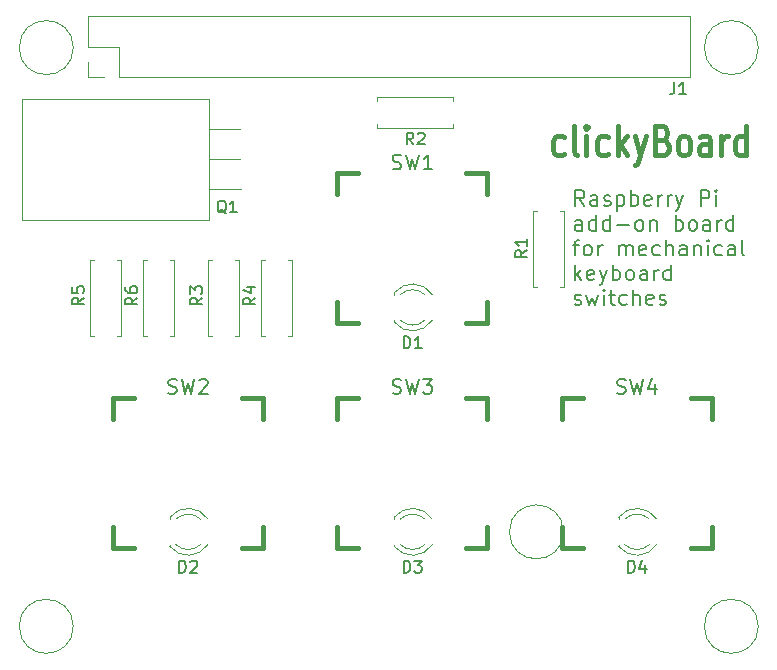
<source format=gto>
G04 #@! TF.FileFunction,Legend,Top*
%FSLAX46Y46*%
G04 Gerber Fmt 4.6, Leading zero omitted, Abs format (unit mm)*
G04 Created by KiCad (PCBNEW 4.0.6) date 07/20/17 19:11:30*
%MOMM*%
%LPD*%
G01*
G04 APERTURE LIST*
%ADD10C,0.100000*%
%ADD11C,0.150000*%
%ADD12C,0.400000*%
%ADD13C,0.120000*%
%ADD14C,0.381000*%
G04 APERTURE END LIST*
D10*
D11*
X134052381Y-97388095D02*
X133619048Y-96769048D01*
X133309524Y-97388095D02*
X133309524Y-96088095D01*
X133804762Y-96088095D01*
X133928571Y-96150000D01*
X133990476Y-96211905D01*
X134052381Y-96335714D01*
X134052381Y-96521429D01*
X133990476Y-96645238D01*
X133928571Y-96707143D01*
X133804762Y-96769048D01*
X133309524Y-96769048D01*
X135166667Y-97388095D02*
X135166667Y-96707143D01*
X135104762Y-96583333D01*
X134980952Y-96521429D01*
X134733333Y-96521429D01*
X134609524Y-96583333D01*
X135166667Y-97326190D02*
X135042857Y-97388095D01*
X134733333Y-97388095D01*
X134609524Y-97326190D01*
X134547619Y-97202381D01*
X134547619Y-97078571D01*
X134609524Y-96954762D01*
X134733333Y-96892857D01*
X135042857Y-96892857D01*
X135166667Y-96830952D01*
X135723809Y-97326190D02*
X135847619Y-97388095D01*
X136095238Y-97388095D01*
X136219047Y-97326190D01*
X136280952Y-97202381D01*
X136280952Y-97140476D01*
X136219047Y-97016667D01*
X136095238Y-96954762D01*
X135909523Y-96954762D01*
X135785714Y-96892857D01*
X135723809Y-96769048D01*
X135723809Y-96707143D01*
X135785714Y-96583333D01*
X135909523Y-96521429D01*
X136095238Y-96521429D01*
X136219047Y-96583333D01*
X136838095Y-96521429D02*
X136838095Y-97821429D01*
X136838095Y-96583333D02*
X136961904Y-96521429D01*
X137209523Y-96521429D01*
X137333333Y-96583333D01*
X137395238Y-96645238D01*
X137457142Y-96769048D01*
X137457142Y-97140476D01*
X137395238Y-97264286D01*
X137333333Y-97326190D01*
X137209523Y-97388095D01*
X136961904Y-97388095D01*
X136838095Y-97326190D01*
X138014285Y-97388095D02*
X138014285Y-96088095D01*
X138014285Y-96583333D02*
X138138094Y-96521429D01*
X138385713Y-96521429D01*
X138509523Y-96583333D01*
X138571428Y-96645238D01*
X138633332Y-96769048D01*
X138633332Y-97140476D01*
X138571428Y-97264286D01*
X138509523Y-97326190D01*
X138385713Y-97388095D01*
X138138094Y-97388095D01*
X138014285Y-97326190D01*
X139685713Y-97326190D02*
X139561903Y-97388095D01*
X139314284Y-97388095D01*
X139190475Y-97326190D01*
X139128570Y-97202381D01*
X139128570Y-96707143D01*
X139190475Y-96583333D01*
X139314284Y-96521429D01*
X139561903Y-96521429D01*
X139685713Y-96583333D01*
X139747618Y-96707143D01*
X139747618Y-96830952D01*
X139128570Y-96954762D01*
X140304761Y-97388095D02*
X140304761Y-96521429D01*
X140304761Y-96769048D02*
X140366666Y-96645238D01*
X140428570Y-96583333D01*
X140552380Y-96521429D01*
X140676189Y-96521429D01*
X141109523Y-97388095D02*
X141109523Y-96521429D01*
X141109523Y-96769048D02*
X141171428Y-96645238D01*
X141233332Y-96583333D01*
X141357142Y-96521429D01*
X141480951Y-96521429D01*
X141790475Y-96521429D02*
X142099999Y-97388095D01*
X142409523Y-96521429D02*
X142099999Y-97388095D01*
X141976190Y-97697619D01*
X141914285Y-97759524D01*
X141790475Y-97821429D01*
X143895237Y-97388095D02*
X143895237Y-96088095D01*
X144390475Y-96088095D01*
X144514284Y-96150000D01*
X144576189Y-96211905D01*
X144638094Y-96335714D01*
X144638094Y-96521429D01*
X144576189Y-96645238D01*
X144514284Y-96707143D01*
X144390475Y-96769048D01*
X143895237Y-96769048D01*
X145195237Y-97388095D02*
X145195237Y-96521429D01*
X145195237Y-96088095D02*
X145133332Y-96150000D01*
X145195237Y-96211905D01*
X145257142Y-96150000D01*
X145195237Y-96088095D01*
X145195237Y-96211905D01*
X133866667Y-99488095D02*
X133866667Y-98807143D01*
X133804762Y-98683333D01*
X133680952Y-98621429D01*
X133433333Y-98621429D01*
X133309524Y-98683333D01*
X133866667Y-99426190D02*
X133742857Y-99488095D01*
X133433333Y-99488095D01*
X133309524Y-99426190D01*
X133247619Y-99302381D01*
X133247619Y-99178571D01*
X133309524Y-99054762D01*
X133433333Y-98992857D01*
X133742857Y-98992857D01*
X133866667Y-98930952D01*
X135042857Y-99488095D02*
X135042857Y-98188095D01*
X135042857Y-99426190D02*
X134919047Y-99488095D01*
X134671428Y-99488095D01*
X134547619Y-99426190D01*
X134485714Y-99364286D01*
X134423809Y-99240476D01*
X134423809Y-98869048D01*
X134485714Y-98745238D01*
X134547619Y-98683333D01*
X134671428Y-98621429D01*
X134919047Y-98621429D01*
X135042857Y-98683333D01*
X136219047Y-99488095D02*
X136219047Y-98188095D01*
X136219047Y-99426190D02*
X136095237Y-99488095D01*
X135847618Y-99488095D01*
X135723809Y-99426190D01*
X135661904Y-99364286D01*
X135599999Y-99240476D01*
X135599999Y-98869048D01*
X135661904Y-98745238D01*
X135723809Y-98683333D01*
X135847618Y-98621429D01*
X136095237Y-98621429D01*
X136219047Y-98683333D01*
X136838094Y-98992857D02*
X137828570Y-98992857D01*
X138633332Y-99488095D02*
X138509523Y-99426190D01*
X138447618Y-99364286D01*
X138385713Y-99240476D01*
X138385713Y-98869048D01*
X138447618Y-98745238D01*
X138509523Y-98683333D01*
X138633332Y-98621429D01*
X138819046Y-98621429D01*
X138942856Y-98683333D01*
X139004761Y-98745238D01*
X139066665Y-98869048D01*
X139066665Y-99240476D01*
X139004761Y-99364286D01*
X138942856Y-99426190D01*
X138819046Y-99488095D01*
X138633332Y-99488095D01*
X139623808Y-98621429D02*
X139623808Y-99488095D01*
X139623808Y-98745238D02*
X139685713Y-98683333D01*
X139809522Y-98621429D01*
X139995236Y-98621429D01*
X140119046Y-98683333D01*
X140180951Y-98807143D01*
X140180951Y-99488095D01*
X141790474Y-99488095D02*
X141790474Y-98188095D01*
X141790474Y-98683333D02*
X141914283Y-98621429D01*
X142161902Y-98621429D01*
X142285712Y-98683333D01*
X142347617Y-98745238D01*
X142409521Y-98869048D01*
X142409521Y-99240476D01*
X142347617Y-99364286D01*
X142285712Y-99426190D01*
X142161902Y-99488095D01*
X141914283Y-99488095D01*
X141790474Y-99426190D01*
X143152378Y-99488095D02*
X143028569Y-99426190D01*
X142966664Y-99364286D01*
X142904759Y-99240476D01*
X142904759Y-98869048D01*
X142966664Y-98745238D01*
X143028569Y-98683333D01*
X143152378Y-98621429D01*
X143338092Y-98621429D01*
X143461902Y-98683333D01*
X143523807Y-98745238D01*
X143585711Y-98869048D01*
X143585711Y-99240476D01*
X143523807Y-99364286D01*
X143461902Y-99426190D01*
X143338092Y-99488095D01*
X143152378Y-99488095D01*
X144699997Y-99488095D02*
X144699997Y-98807143D01*
X144638092Y-98683333D01*
X144514282Y-98621429D01*
X144266663Y-98621429D01*
X144142854Y-98683333D01*
X144699997Y-99426190D02*
X144576187Y-99488095D01*
X144266663Y-99488095D01*
X144142854Y-99426190D01*
X144080949Y-99302381D01*
X144080949Y-99178571D01*
X144142854Y-99054762D01*
X144266663Y-98992857D01*
X144576187Y-98992857D01*
X144699997Y-98930952D01*
X145319044Y-99488095D02*
X145319044Y-98621429D01*
X145319044Y-98869048D02*
X145380949Y-98745238D01*
X145442853Y-98683333D01*
X145566663Y-98621429D01*
X145690472Y-98621429D01*
X146680949Y-99488095D02*
X146680949Y-98188095D01*
X146680949Y-99426190D02*
X146557139Y-99488095D01*
X146309520Y-99488095D01*
X146185711Y-99426190D01*
X146123806Y-99364286D01*
X146061901Y-99240476D01*
X146061901Y-98869048D01*
X146123806Y-98745238D01*
X146185711Y-98683333D01*
X146309520Y-98621429D01*
X146557139Y-98621429D01*
X146680949Y-98683333D01*
X133123810Y-100721429D02*
X133619048Y-100721429D01*
X133309524Y-101588095D02*
X133309524Y-100473810D01*
X133371429Y-100350000D01*
X133495238Y-100288095D01*
X133619048Y-100288095D01*
X134238095Y-101588095D02*
X134114286Y-101526190D01*
X134052381Y-101464286D01*
X133990476Y-101340476D01*
X133990476Y-100969048D01*
X134052381Y-100845238D01*
X134114286Y-100783333D01*
X134238095Y-100721429D01*
X134423809Y-100721429D01*
X134547619Y-100783333D01*
X134609524Y-100845238D01*
X134671428Y-100969048D01*
X134671428Y-101340476D01*
X134609524Y-101464286D01*
X134547619Y-101526190D01*
X134423809Y-101588095D01*
X134238095Y-101588095D01*
X135228571Y-101588095D02*
X135228571Y-100721429D01*
X135228571Y-100969048D02*
X135290476Y-100845238D01*
X135352380Y-100783333D01*
X135476190Y-100721429D01*
X135599999Y-100721429D01*
X137023809Y-101588095D02*
X137023809Y-100721429D01*
X137023809Y-100845238D02*
X137085714Y-100783333D01*
X137209523Y-100721429D01*
X137395237Y-100721429D01*
X137519047Y-100783333D01*
X137580952Y-100907143D01*
X137580952Y-101588095D01*
X137580952Y-100907143D02*
X137642856Y-100783333D01*
X137766666Y-100721429D01*
X137952380Y-100721429D01*
X138076190Y-100783333D01*
X138138095Y-100907143D01*
X138138095Y-101588095D01*
X139252380Y-101526190D02*
X139128570Y-101588095D01*
X138880951Y-101588095D01*
X138757142Y-101526190D01*
X138695237Y-101402381D01*
X138695237Y-100907143D01*
X138757142Y-100783333D01*
X138880951Y-100721429D01*
X139128570Y-100721429D01*
X139252380Y-100783333D01*
X139314285Y-100907143D01*
X139314285Y-101030952D01*
X138695237Y-101154762D01*
X140428571Y-101526190D02*
X140304761Y-101588095D01*
X140057142Y-101588095D01*
X139933333Y-101526190D01*
X139871428Y-101464286D01*
X139809523Y-101340476D01*
X139809523Y-100969048D01*
X139871428Y-100845238D01*
X139933333Y-100783333D01*
X140057142Y-100721429D01*
X140304761Y-100721429D01*
X140428571Y-100783333D01*
X140985714Y-101588095D02*
X140985714Y-100288095D01*
X141542857Y-101588095D02*
X141542857Y-100907143D01*
X141480952Y-100783333D01*
X141357142Y-100721429D01*
X141171428Y-100721429D01*
X141047619Y-100783333D01*
X140985714Y-100845238D01*
X142719047Y-101588095D02*
X142719047Y-100907143D01*
X142657142Y-100783333D01*
X142533332Y-100721429D01*
X142285713Y-100721429D01*
X142161904Y-100783333D01*
X142719047Y-101526190D02*
X142595237Y-101588095D01*
X142285713Y-101588095D01*
X142161904Y-101526190D01*
X142099999Y-101402381D01*
X142099999Y-101278571D01*
X142161904Y-101154762D01*
X142285713Y-101092857D01*
X142595237Y-101092857D01*
X142719047Y-101030952D01*
X143338094Y-100721429D02*
X143338094Y-101588095D01*
X143338094Y-100845238D02*
X143399999Y-100783333D01*
X143523808Y-100721429D01*
X143709522Y-100721429D01*
X143833332Y-100783333D01*
X143895237Y-100907143D01*
X143895237Y-101588095D01*
X144514284Y-101588095D02*
X144514284Y-100721429D01*
X144514284Y-100288095D02*
X144452379Y-100350000D01*
X144514284Y-100411905D01*
X144576189Y-100350000D01*
X144514284Y-100288095D01*
X144514284Y-100411905D01*
X145690475Y-101526190D02*
X145566665Y-101588095D01*
X145319046Y-101588095D01*
X145195237Y-101526190D01*
X145133332Y-101464286D01*
X145071427Y-101340476D01*
X145071427Y-100969048D01*
X145133332Y-100845238D01*
X145195237Y-100783333D01*
X145319046Y-100721429D01*
X145566665Y-100721429D01*
X145690475Y-100783333D01*
X146804761Y-101588095D02*
X146804761Y-100907143D01*
X146742856Y-100783333D01*
X146619046Y-100721429D01*
X146371427Y-100721429D01*
X146247618Y-100783333D01*
X146804761Y-101526190D02*
X146680951Y-101588095D01*
X146371427Y-101588095D01*
X146247618Y-101526190D01*
X146185713Y-101402381D01*
X146185713Y-101278571D01*
X146247618Y-101154762D01*
X146371427Y-101092857D01*
X146680951Y-101092857D01*
X146804761Y-101030952D01*
X147609522Y-101588095D02*
X147485713Y-101526190D01*
X147423808Y-101402381D01*
X147423808Y-100288095D01*
X133309524Y-103688095D02*
X133309524Y-102388095D01*
X133433333Y-103192857D02*
X133804762Y-103688095D01*
X133804762Y-102821429D02*
X133309524Y-103316667D01*
X134857143Y-103626190D02*
X134733333Y-103688095D01*
X134485714Y-103688095D01*
X134361905Y-103626190D01*
X134300000Y-103502381D01*
X134300000Y-103007143D01*
X134361905Y-102883333D01*
X134485714Y-102821429D01*
X134733333Y-102821429D01*
X134857143Y-102883333D01*
X134919048Y-103007143D01*
X134919048Y-103130952D01*
X134300000Y-103254762D01*
X135352381Y-102821429D02*
X135661905Y-103688095D01*
X135971429Y-102821429D02*
X135661905Y-103688095D01*
X135538096Y-103997619D01*
X135476191Y-104059524D01*
X135352381Y-104121429D01*
X136466667Y-103688095D02*
X136466667Y-102388095D01*
X136466667Y-102883333D02*
X136590476Y-102821429D01*
X136838095Y-102821429D01*
X136961905Y-102883333D01*
X137023810Y-102945238D01*
X137085714Y-103069048D01*
X137085714Y-103440476D01*
X137023810Y-103564286D01*
X136961905Y-103626190D01*
X136838095Y-103688095D01*
X136590476Y-103688095D01*
X136466667Y-103626190D01*
X137828571Y-103688095D02*
X137704762Y-103626190D01*
X137642857Y-103564286D01*
X137580952Y-103440476D01*
X137580952Y-103069048D01*
X137642857Y-102945238D01*
X137704762Y-102883333D01*
X137828571Y-102821429D01*
X138014285Y-102821429D01*
X138138095Y-102883333D01*
X138200000Y-102945238D01*
X138261904Y-103069048D01*
X138261904Y-103440476D01*
X138200000Y-103564286D01*
X138138095Y-103626190D01*
X138014285Y-103688095D01*
X137828571Y-103688095D01*
X139376190Y-103688095D02*
X139376190Y-103007143D01*
X139314285Y-102883333D01*
X139190475Y-102821429D01*
X138942856Y-102821429D01*
X138819047Y-102883333D01*
X139376190Y-103626190D02*
X139252380Y-103688095D01*
X138942856Y-103688095D01*
X138819047Y-103626190D01*
X138757142Y-103502381D01*
X138757142Y-103378571D01*
X138819047Y-103254762D01*
X138942856Y-103192857D01*
X139252380Y-103192857D01*
X139376190Y-103130952D01*
X139995237Y-103688095D02*
X139995237Y-102821429D01*
X139995237Y-103069048D02*
X140057142Y-102945238D01*
X140119046Y-102883333D01*
X140242856Y-102821429D01*
X140366665Y-102821429D01*
X141357142Y-103688095D02*
X141357142Y-102388095D01*
X141357142Y-103626190D02*
X141233332Y-103688095D01*
X140985713Y-103688095D01*
X140861904Y-103626190D01*
X140799999Y-103564286D01*
X140738094Y-103440476D01*
X140738094Y-103069048D01*
X140799999Y-102945238D01*
X140861904Y-102883333D01*
X140985713Y-102821429D01*
X141233332Y-102821429D01*
X141357142Y-102883333D01*
X133247619Y-105726190D02*
X133371429Y-105788095D01*
X133619048Y-105788095D01*
X133742857Y-105726190D01*
X133804762Y-105602381D01*
X133804762Y-105540476D01*
X133742857Y-105416667D01*
X133619048Y-105354762D01*
X133433333Y-105354762D01*
X133309524Y-105292857D01*
X133247619Y-105169048D01*
X133247619Y-105107143D01*
X133309524Y-104983333D01*
X133433333Y-104921429D01*
X133619048Y-104921429D01*
X133742857Y-104983333D01*
X134238095Y-104921429D02*
X134485714Y-105788095D01*
X134733333Y-105169048D01*
X134980952Y-105788095D01*
X135228571Y-104921429D01*
X135723810Y-105788095D02*
X135723810Y-104921429D01*
X135723810Y-104488095D02*
X135661905Y-104550000D01*
X135723810Y-104611905D01*
X135785715Y-104550000D01*
X135723810Y-104488095D01*
X135723810Y-104611905D01*
X136157144Y-104921429D02*
X136652382Y-104921429D01*
X136342858Y-104488095D02*
X136342858Y-105602381D01*
X136404763Y-105726190D01*
X136528572Y-105788095D01*
X136652382Y-105788095D01*
X137642858Y-105726190D02*
X137519048Y-105788095D01*
X137271429Y-105788095D01*
X137147620Y-105726190D01*
X137085715Y-105664286D01*
X137023810Y-105540476D01*
X137023810Y-105169048D01*
X137085715Y-105045238D01*
X137147620Y-104983333D01*
X137271429Y-104921429D01*
X137519048Y-104921429D01*
X137642858Y-104983333D01*
X138200001Y-105788095D02*
X138200001Y-104488095D01*
X138757144Y-105788095D02*
X138757144Y-105107143D01*
X138695239Y-104983333D01*
X138571429Y-104921429D01*
X138385715Y-104921429D01*
X138261906Y-104983333D01*
X138200001Y-105045238D01*
X139871429Y-105726190D02*
X139747619Y-105788095D01*
X139500000Y-105788095D01*
X139376191Y-105726190D01*
X139314286Y-105602381D01*
X139314286Y-105107143D01*
X139376191Y-104983333D01*
X139500000Y-104921429D01*
X139747619Y-104921429D01*
X139871429Y-104983333D01*
X139933334Y-105107143D01*
X139933334Y-105230952D01*
X139314286Y-105354762D01*
X140428572Y-105726190D02*
X140552382Y-105788095D01*
X140800001Y-105788095D01*
X140923810Y-105726190D01*
X140985715Y-105602381D01*
X140985715Y-105540476D01*
X140923810Y-105416667D01*
X140800001Y-105354762D01*
X140614286Y-105354762D01*
X140490477Y-105292857D01*
X140428572Y-105169048D01*
X140428572Y-105107143D01*
X140490477Y-104983333D01*
X140614286Y-104921429D01*
X140800001Y-104921429D01*
X140923810Y-104983333D01*
D12*
X132333333Y-93011905D02*
X132142857Y-93130952D01*
X131761905Y-93130952D01*
X131571429Y-93011905D01*
X131476190Y-92892857D01*
X131380952Y-92654762D01*
X131380952Y-91940476D01*
X131476190Y-91702381D01*
X131571429Y-91583333D01*
X131761905Y-91464286D01*
X132142857Y-91464286D01*
X132333333Y-91583333D01*
X133476191Y-93130952D02*
X133285715Y-93011905D01*
X133190476Y-92773810D01*
X133190476Y-90630952D01*
X134238095Y-93130952D02*
X134238095Y-91464286D01*
X134238095Y-90630952D02*
X134142857Y-90750000D01*
X134238095Y-90869048D01*
X134333334Y-90750000D01*
X134238095Y-90630952D01*
X134238095Y-90869048D01*
X136047619Y-93011905D02*
X135857143Y-93130952D01*
X135476191Y-93130952D01*
X135285715Y-93011905D01*
X135190476Y-92892857D01*
X135095238Y-92654762D01*
X135095238Y-91940476D01*
X135190476Y-91702381D01*
X135285715Y-91583333D01*
X135476191Y-91464286D01*
X135857143Y-91464286D01*
X136047619Y-91583333D01*
X136904762Y-93130952D02*
X136904762Y-90630952D01*
X137095239Y-92178571D02*
X137666667Y-93130952D01*
X137666667Y-91464286D02*
X136904762Y-92416667D01*
X138333334Y-91464286D02*
X138809525Y-93130952D01*
X139285715Y-91464286D02*
X138809525Y-93130952D01*
X138619049Y-93726190D01*
X138523810Y-93845238D01*
X138333334Y-93964286D01*
X140714287Y-91821429D02*
X141000001Y-91940476D01*
X141095240Y-92059524D01*
X141190478Y-92297619D01*
X141190478Y-92654762D01*
X141095240Y-92892857D01*
X141000001Y-93011905D01*
X140809525Y-93130952D01*
X140047620Y-93130952D01*
X140047620Y-90630952D01*
X140714287Y-90630952D01*
X140904763Y-90750000D01*
X141000001Y-90869048D01*
X141095240Y-91107143D01*
X141095240Y-91345238D01*
X141000001Y-91583333D01*
X140904763Y-91702381D01*
X140714287Y-91821429D01*
X140047620Y-91821429D01*
X142333335Y-93130952D02*
X142142859Y-93011905D01*
X142047620Y-92892857D01*
X141952382Y-92654762D01*
X141952382Y-91940476D01*
X142047620Y-91702381D01*
X142142859Y-91583333D01*
X142333335Y-91464286D01*
X142619049Y-91464286D01*
X142809525Y-91583333D01*
X142904763Y-91702381D01*
X143000001Y-91940476D01*
X143000001Y-92654762D01*
X142904763Y-92892857D01*
X142809525Y-93011905D01*
X142619049Y-93130952D01*
X142333335Y-93130952D01*
X144714287Y-93130952D02*
X144714287Y-91821429D01*
X144619049Y-91583333D01*
X144428573Y-91464286D01*
X144047621Y-91464286D01*
X143857144Y-91583333D01*
X144714287Y-93011905D02*
X144523811Y-93130952D01*
X144047621Y-93130952D01*
X143857144Y-93011905D01*
X143761906Y-92773810D01*
X143761906Y-92535714D01*
X143857144Y-92297619D01*
X144047621Y-92178571D01*
X144523811Y-92178571D01*
X144714287Y-92059524D01*
X145666668Y-93130952D02*
X145666668Y-91464286D01*
X145666668Y-91940476D02*
X145761907Y-91702381D01*
X145857145Y-91583333D01*
X146047621Y-91464286D01*
X146238097Y-91464286D01*
X147761906Y-93130952D02*
X147761906Y-90630952D01*
X147761906Y-93011905D02*
X147571430Y-93130952D01*
X147190478Y-93130952D01*
X147000002Y-93011905D01*
X146904763Y-92892857D01*
X146809525Y-92654762D01*
X146809525Y-91940476D01*
X146904763Y-91702381D01*
X147000002Y-91583333D01*
X147190478Y-91464286D01*
X147571430Y-91464286D01*
X147761906Y-91583333D01*
D13*
X132286000Y-125000000D02*
G75*
G03X132286000Y-125000000I-2286000J0D01*
G01*
X102310000Y-98580000D02*
X102310000Y-88340000D01*
X86420000Y-98580000D02*
X86420000Y-88340000D01*
X86420000Y-98580000D02*
X102310000Y-98580000D01*
X86420000Y-88340000D02*
X102310000Y-88340000D01*
X102310000Y-96000000D02*
X104950000Y-96000000D01*
X102310000Y-93460000D02*
X104934000Y-93460000D01*
X102310000Y-90920000D02*
X104934000Y-90920000D01*
X90786000Y-133000000D02*
G75*
G03X90786000Y-133000000I-2286000J0D01*
G01*
X148786000Y-133000000D02*
G75*
G03X148786000Y-133000000I-2286000J0D01*
G01*
X148786000Y-84000000D02*
G75*
G03X148786000Y-84000000I-2286000J0D01*
G01*
X121192335Y-104921392D02*
G75*
G03X117960000Y-104764484I-1672335J-1078608D01*
G01*
X121192335Y-107078608D02*
G75*
G02X117960000Y-107235516I-1672335J1078608D01*
G01*
X120561130Y-104920163D02*
G75*
G03X118479039Y-104920000I-1041130J-1079837D01*
G01*
X120561130Y-107079837D02*
G75*
G02X118479039Y-107080000I-1041130J1079837D01*
G01*
X117960000Y-104764000D02*
X117960000Y-104920000D01*
X117960000Y-107080000D02*
X117960000Y-107236000D01*
X102192335Y-123921392D02*
G75*
G03X98960000Y-123764484I-1672335J-1078608D01*
G01*
X102192335Y-126078608D02*
G75*
G02X98960000Y-126235516I-1672335J1078608D01*
G01*
X101561130Y-123920163D02*
G75*
G03X99479039Y-123920000I-1041130J-1079837D01*
G01*
X101561130Y-126079837D02*
G75*
G02X99479039Y-126080000I-1041130J1079837D01*
G01*
X98960000Y-123764000D02*
X98960000Y-123920000D01*
X98960000Y-126080000D02*
X98960000Y-126236000D01*
X121192335Y-123921392D02*
G75*
G03X117960000Y-123764484I-1672335J-1078608D01*
G01*
X121192335Y-126078608D02*
G75*
G02X117960000Y-126235516I-1672335J1078608D01*
G01*
X120561130Y-123920163D02*
G75*
G03X118479039Y-123920000I-1041130J-1079837D01*
G01*
X120561130Y-126079837D02*
G75*
G02X118479039Y-126080000I-1041130J1079837D01*
G01*
X117960000Y-123764000D02*
X117960000Y-123920000D01*
X117960000Y-126080000D02*
X117960000Y-126236000D01*
X140192335Y-123921392D02*
G75*
G03X136960000Y-123764484I-1672335J-1078608D01*
G01*
X140192335Y-126078608D02*
G75*
G02X136960000Y-126235516I-1672335J1078608D01*
G01*
X139561130Y-123920163D02*
G75*
G03X137479039Y-123920000I-1041130J-1079837D01*
G01*
X139561130Y-126079837D02*
G75*
G02X137479039Y-126080000I-1041130J1079837D01*
G01*
X136960000Y-123764000D02*
X136960000Y-123920000D01*
X136960000Y-126080000D02*
X136960000Y-126236000D01*
X142990000Y-86530000D02*
X142990000Y-81330000D01*
X94670000Y-86530000D02*
X142990000Y-86530000D01*
X92070000Y-81330000D02*
X142990000Y-81330000D01*
X94670000Y-86530000D02*
X94670000Y-83930000D01*
X94670000Y-83930000D02*
X92070000Y-83930000D01*
X92070000Y-83930000D02*
X92070000Y-81330000D01*
X93400000Y-86530000D02*
X92070000Y-86530000D01*
X92070000Y-86530000D02*
X92070000Y-85200000D01*
D14*
X113150000Y-94650000D02*
X114928000Y-94650000D01*
X124072000Y-94650000D02*
X125850000Y-94650000D01*
X125850000Y-94650000D02*
X125850000Y-96428000D01*
X125850000Y-105572000D02*
X125850000Y-107350000D01*
X125850000Y-107350000D02*
X124072000Y-107350000D01*
X114928000Y-107350000D02*
X113150000Y-107350000D01*
X113150000Y-107350000D02*
X113150000Y-105572000D01*
X113150000Y-96428000D02*
X113150000Y-94650000D01*
X94150000Y-113650000D02*
X95928000Y-113650000D01*
X105072000Y-113650000D02*
X106850000Y-113650000D01*
X106850000Y-113650000D02*
X106850000Y-115428000D01*
X106850000Y-124572000D02*
X106850000Y-126350000D01*
X106850000Y-126350000D02*
X105072000Y-126350000D01*
X95928000Y-126350000D02*
X94150000Y-126350000D01*
X94150000Y-126350000D02*
X94150000Y-124572000D01*
X94150000Y-115428000D02*
X94150000Y-113650000D01*
X113150000Y-113650000D02*
X114928000Y-113650000D01*
X124072000Y-113650000D02*
X125850000Y-113650000D01*
X125850000Y-113650000D02*
X125850000Y-115428000D01*
X125850000Y-124572000D02*
X125850000Y-126350000D01*
X125850000Y-126350000D02*
X124072000Y-126350000D01*
X114928000Y-126350000D02*
X113150000Y-126350000D01*
X113150000Y-126350000D02*
X113150000Y-124572000D01*
X113150000Y-115428000D02*
X113150000Y-113650000D01*
X132150000Y-113650000D02*
X133928000Y-113650000D01*
X143072000Y-113650000D02*
X144850000Y-113650000D01*
X144850000Y-113650000D02*
X144850000Y-115428000D01*
X144850000Y-124572000D02*
X144850000Y-126350000D01*
X144850000Y-126350000D02*
X143072000Y-126350000D01*
X133928000Y-126350000D02*
X132150000Y-126350000D01*
X132150000Y-126350000D02*
X132150000Y-124572000D01*
X132150000Y-115428000D02*
X132150000Y-113650000D01*
D13*
X90786000Y-84000000D02*
G75*
G03X90786000Y-84000000I-2286000J0D01*
G01*
X131980000Y-97850000D02*
X132310000Y-97850000D01*
X132310000Y-97850000D02*
X132310000Y-104270000D01*
X132310000Y-104270000D02*
X131980000Y-104270000D01*
X130020000Y-97850000D02*
X129690000Y-97850000D01*
X129690000Y-97850000D02*
X129690000Y-104270000D01*
X129690000Y-104270000D02*
X130020000Y-104270000D01*
X122900000Y-90480000D02*
X122900000Y-90810000D01*
X122900000Y-90810000D02*
X116480000Y-90810000D01*
X116480000Y-90810000D02*
X116480000Y-90480000D01*
X122900000Y-88520000D02*
X122900000Y-88190000D01*
X122900000Y-88190000D02*
X116480000Y-88190000D01*
X116480000Y-88190000D02*
X116480000Y-88520000D01*
X102520000Y-108400000D02*
X102190000Y-108400000D01*
X102190000Y-108400000D02*
X102190000Y-101980000D01*
X102190000Y-101980000D02*
X102520000Y-101980000D01*
X104480000Y-108400000D02*
X104810000Y-108400000D01*
X104810000Y-108400000D02*
X104810000Y-101980000D01*
X104810000Y-101980000D02*
X104480000Y-101980000D01*
X107020000Y-108400000D02*
X106690000Y-108400000D01*
X106690000Y-108400000D02*
X106690000Y-101980000D01*
X106690000Y-101980000D02*
X107020000Y-101980000D01*
X108980000Y-108400000D02*
X109310000Y-108400000D01*
X109310000Y-108400000D02*
X109310000Y-101980000D01*
X109310000Y-101980000D02*
X108980000Y-101980000D01*
X92520000Y-108400000D02*
X92190000Y-108400000D01*
X92190000Y-108400000D02*
X92190000Y-101980000D01*
X92190000Y-101980000D02*
X92520000Y-101980000D01*
X94480000Y-108400000D02*
X94810000Y-108400000D01*
X94810000Y-108400000D02*
X94810000Y-101980000D01*
X94810000Y-101980000D02*
X94480000Y-101980000D01*
X97020000Y-108400000D02*
X96690000Y-108400000D01*
X96690000Y-108400000D02*
X96690000Y-101980000D01*
X96690000Y-101980000D02*
X97020000Y-101980000D01*
X98980000Y-108400000D02*
X99310000Y-108400000D01*
X99310000Y-108400000D02*
X99310000Y-101980000D01*
X99310000Y-101980000D02*
X98980000Y-101980000D01*
D11*
X103732762Y-98043619D02*
X103637524Y-97996000D01*
X103542286Y-97900762D01*
X103399429Y-97757905D01*
X103304190Y-97710286D01*
X103208952Y-97710286D01*
X103256571Y-97948381D02*
X103161333Y-97900762D01*
X103066095Y-97805524D01*
X103018476Y-97615048D01*
X103018476Y-97281714D01*
X103066095Y-97091238D01*
X103161333Y-96996000D01*
X103256571Y-96948381D01*
X103447048Y-96948381D01*
X103542286Y-96996000D01*
X103637524Y-97091238D01*
X103685143Y-97281714D01*
X103685143Y-97615048D01*
X103637524Y-97805524D01*
X103542286Y-97900762D01*
X103447048Y-97948381D01*
X103256571Y-97948381D01*
X104637524Y-97948381D02*
X104066095Y-97948381D01*
X104351809Y-97948381D02*
X104351809Y-96948381D01*
X104256571Y-97091238D01*
X104161333Y-97186476D01*
X104066095Y-97234095D01*
X118761905Y-109452381D02*
X118761905Y-108452381D01*
X119000000Y-108452381D01*
X119142858Y-108500000D01*
X119238096Y-108595238D01*
X119285715Y-108690476D01*
X119333334Y-108880952D01*
X119333334Y-109023810D01*
X119285715Y-109214286D01*
X119238096Y-109309524D01*
X119142858Y-109404762D01*
X119000000Y-109452381D01*
X118761905Y-109452381D01*
X120285715Y-109452381D02*
X119714286Y-109452381D01*
X120000000Y-109452381D02*
X120000000Y-108452381D01*
X119904762Y-108595238D01*
X119809524Y-108690476D01*
X119714286Y-108738095D01*
X99761905Y-128452381D02*
X99761905Y-127452381D01*
X100000000Y-127452381D01*
X100142858Y-127500000D01*
X100238096Y-127595238D01*
X100285715Y-127690476D01*
X100333334Y-127880952D01*
X100333334Y-128023810D01*
X100285715Y-128214286D01*
X100238096Y-128309524D01*
X100142858Y-128404762D01*
X100000000Y-128452381D01*
X99761905Y-128452381D01*
X100714286Y-127547619D02*
X100761905Y-127500000D01*
X100857143Y-127452381D01*
X101095239Y-127452381D01*
X101190477Y-127500000D01*
X101238096Y-127547619D01*
X101285715Y-127642857D01*
X101285715Y-127738095D01*
X101238096Y-127880952D01*
X100666667Y-128452381D01*
X101285715Y-128452381D01*
X118761905Y-128452381D02*
X118761905Y-127452381D01*
X119000000Y-127452381D01*
X119142858Y-127500000D01*
X119238096Y-127595238D01*
X119285715Y-127690476D01*
X119333334Y-127880952D01*
X119333334Y-128023810D01*
X119285715Y-128214286D01*
X119238096Y-128309524D01*
X119142858Y-128404762D01*
X119000000Y-128452381D01*
X118761905Y-128452381D01*
X119666667Y-127452381D02*
X120285715Y-127452381D01*
X119952381Y-127833333D01*
X120095239Y-127833333D01*
X120190477Y-127880952D01*
X120238096Y-127928571D01*
X120285715Y-128023810D01*
X120285715Y-128261905D01*
X120238096Y-128357143D01*
X120190477Y-128404762D01*
X120095239Y-128452381D01*
X119809524Y-128452381D01*
X119714286Y-128404762D01*
X119666667Y-128357143D01*
X137761905Y-128452381D02*
X137761905Y-127452381D01*
X138000000Y-127452381D01*
X138142858Y-127500000D01*
X138238096Y-127595238D01*
X138285715Y-127690476D01*
X138333334Y-127880952D01*
X138333334Y-128023810D01*
X138285715Y-128214286D01*
X138238096Y-128309524D01*
X138142858Y-128404762D01*
X138000000Y-128452381D01*
X137761905Y-128452381D01*
X139190477Y-127785714D02*
X139190477Y-128452381D01*
X138952381Y-127404762D02*
X138714286Y-128119048D01*
X139333334Y-128119048D01*
X141666667Y-86952381D02*
X141666667Y-87666667D01*
X141619047Y-87809524D01*
X141523809Y-87904762D01*
X141380952Y-87952381D01*
X141285714Y-87952381D01*
X142666667Y-87952381D02*
X142095238Y-87952381D01*
X142380952Y-87952381D02*
X142380952Y-86952381D01*
X142285714Y-87095238D01*
X142190476Y-87190476D01*
X142095238Y-87238095D01*
X117833334Y-94255952D02*
X118011906Y-94315476D01*
X118309525Y-94315476D01*
X118428572Y-94255952D01*
X118488096Y-94196429D01*
X118547620Y-94077381D01*
X118547620Y-93958333D01*
X118488096Y-93839286D01*
X118428572Y-93779762D01*
X118309525Y-93720238D01*
X118071429Y-93660714D01*
X117952382Y-93601190D01*
X117892858Y-93541667D01*
X117833334Y-93422619D01*
X117833334Y-93303571D01*
X117892858Y-93184524D01*
X117952382Y-93125000D01*
X118071429Y-93065476D01*
X118369049Y-93065476D01*
X118547620Y-93125000D01*
X118964286Y-93065476D02*
X119261905Y-94315476D01*
X119500001Y-93422619D01*
X119738096Y-94315476D01*
X120035715Y-93065476D01*
X121166667Y-94315476D02*
X120452381Y-94315476D01*
X120809524Y-94315476D02*
X120809524Y-93065476D01*
X120690476Y-93244048D01*
X120571429Y-93363095D01*
X120452381Y-93422619D01*
X98833334Y-113255952D02*
X99011906Y-113315476D01*
X99309525Y-113315476D01*
X99428572Y-113255952D01*
X99488096Y-113196429D01*
X99547620Y-113077381D01*
X99547620Y-112958333D01*
X99488096Y-112839286D01*
X99428572Y-112779762D01*
X99309525Y-112720238D01*
X99071429Y-112660714D01*
X98952382Y-112601190D01*
X98892858Y-112541667D01*
X98833334Y-112422619D01*
X98833334Y-112303571D01*
X98892858Y-112184524D01*
X98952382Y-112125000D01*
X99071429Y-112065476D01*
X99369049Y-112065476D01*
X99547620Y-112125000D01*
X99964286Y-112065476D02*
X100261905Y-113315476D01*
X100500001Y-112422619D01*
X100738096Y-113315476D01*
X101035715Y-112065476D01*
X101452381Y-112184524D02*
X101511905Y-112125000D01*
X101630953Y-112065476D01*
X101928572Y-112065476D01*
X102047619Y-112125000D01*
X102107143Y-112184524D01*
X102166667Y-112303571D01*
X102166667Y-112422619D01*
X102107143Y-112601190D01*
X101392857Y-113315476D01*
X102166667Y-113315476D01*
X117833334Y-113255952D02*
X118011906Y-113315476D01*
X118309525Y-113315476D01*
X118428572Y-113255952D01*
X118488096Y-113196429D01*
X118547620Y-113077381D01*
X118547620Y-112958333D01*
X118488096Y-112839286D01*
X118428572Y-112779762D01*
X118309525Y-112720238D01*
X118071429Y-112660714D01*
X117952382Y-112601190D01*
X117892858Y-112541667D01*
X117833334Y-112422619D01*
X117833334Y-112303571D01*
X117892858Y-112184524D01*
X117952382Y-112125000D01*
X118071429Y-112065476D01*
X118369049Y-112065476D01*
X118547620Y-112125000D01*
X118964286Y-112065476D02*
X119261905Y-113315476D01*
X119500001Y-112422619D01*
X119738096Y-113315476D01*
X120035715Y-112065476D01*
X120392857Y-112065476D02*
X121166667Y-112065476D01*
X120750000Y-112541667D01*
X120928572Y-112541667D01*
X121047619Y-112601190D01*
X121107143Y-112660714D01*
X121166667Y-112779762D01*
X121166667Y-113077381D01*
X121107143Y-113196429D01*
X121047619Y-113255952D01*
X120928572Y-113315476D01*
X120571429Y-113315476D01*
X120452381Y-113255952D01*
X120392857Y-113196429D01*
X136833334Y-113255952D02*
X137011906Y-113315476D01*
X137309525Y-113315476D01*
X137428572Y-113255952D01*
X137488096Y-113196429D01*
X137547620Y-113077381D01*
X137547620Y-112958333D01*
X137488096Y-112839286D01*
X137428572Y-112779762D01*
X137309525Y-112720238D01*
X137071429Y-112660714D01*
X136952382Y-112601190D01*
X136892858Y-112541667D01*
X136833334Y-112422619D01*
X136833334Y-112303571D01*
X136892858Y-112184524D01*
X136952382Y-112125000D01*
X137071429Y-112065476D01*
X137369049Y-112065476D01*
X137547620Y-112125000D01*
X137964286Y-112065476D02*
X138261905Y-113315476D01*
X138500001Y-112422619D01*
X138738096Y-113315476D01*
X139035715Y-112065476D01*
X140047619Y-112482143D02*
X140047619Y-113315476D01*
X139750000Y-112005952D02*
X139452381Y-112898810D01*
X140226191Y-112898810D01*
X129202381Y-101166666D02*
X128726190Y-101500000D01*
X129202381Y-101738095D02*
X128202381Y-101738095D01*
X128202381Y-101357142D01*
X128250000Y-101261904D01*
X128297619Y-101214285D01*
X128392857Y-101166666D01*
X128535714Y-101166666D01*
X128630952Y-101214285D01*
X128678571Y-101261904D01*
X128726190Y-101357142D01*
X128726190Y-101738095D01*
X129202381Y-100214285D02*
X129202381Y-100785714D01*
X129202381Y-100500000D02*
X128202381Y-100500000D01*
X128345238Y-100595238D01*
X128440476Y-100690476D01*
X128488095Y-100785714D01*
X119583334Y-92202381D02*
X119250000Y-91726190D01*
X119011905Y-92202381D02*
X119011905Y-91202381D01*
X119392858Y-91202381D01*
X119488096Y-91250000D01*
X119535715Y-91297619D01*
X119583334Y-91392857D01*
X119583334Y-91535714D01*
X119535715Y-91630952D01*
X119488096Y-91678571D01*
X119392858Y-91726190D01*
X119011905Y-91726190D01*
X119964286Y-91297619D02*
X120011905Y-91250000D01*
X120107143Y-91202381D01*
X120345239Y-91202381D01*
X120440477Y-91250000D01*
X120488096Y-91297619D01*
X120535715Y-91392857D01*
X120535715Y-91488095D01*
X120488096Y-91630952D01*
X119916667Y-92202381D01*
X120535715Y-92202381D01*
X101702381Y-105166666D02*
X101226190Y-105500000D01*
X101702381Y-105738095D02*
X100702381Y-105738095D01*
X100702381Y-105357142D01*
X100750000Y-105261904D01*
X100797619Y-105214285D01*
X100892857Y-105166666D01*
X101035714Y-105166666D01*
X101130952Y-105214285D01*
X101178571Y-105261904D01*
X101226190Y-105357142D01*
X101226190Y-105738095D01*
X100702381Y-104833333D02*
X100702381Y-104214285D01*
X101083333Y-104547619D01*
X101083333Y-104404761D01*
X101130952Y-104309523D01*
X101178571Y-104261904D01*
X101273810Y-104214285D01*
X101511905Y-104214285D01*
X101607143Y-104261904D01*
X101654762Y-104309523D01*
X101702381Y-104404761D01*
X101702381Y-104690476D01*
X101654762Y-104785714D01*
X101607143Y-104833333D01*
X106202381Y-105166666D02*
X105726190Y-105500000D01*
X106202381Y-105738095D02*
X105202381Y-105738095D01*
X105202381Y-105357142D01*
X105250000Y-105261904D01*
X105297619Y-105214285D01*
X105392857Y-105166666D01*
X105535714Y-105166666D01*
X105630952Y-105214285D01*
X105678571Y-105261904D01*
X105726190Y-105357142D01*
X105726190Y-105738095D01*
X105535714Y-104309523D02*
X106202381Y-104309523D01*
X105154762Y-104547619D02*
X105869048Y-104785714D01*
X105869048Y-104166666D01*
X91702381Y-105166666D02*
X91226190Y-105500000D01*
X91702381Y-105738095D02*
X90702381Y-105738095D01*
X90702381Y-105357142D01*
X90750000Y-105261904D01*
X90797619Y-105214285D01*
X90892857Y-105166666D01*
X91035714Y-105166666D01*
X91130952Y-105214285D01*
X91178571Y-105261904D01*
X91226190Y-105357142D01*
X91226190Y-105738095D01*
X90702381Y-104261904D02*
X90702381Y-104738095D01*
X91178571Y-104785714D01*
X91130952Y-104738095D01*
X91083333Y-104642857D01*
X91083333Y-104404761D01*
X91130952Y-104309523D01*
X91178571Y-104261904D01*
X91273810Y-104214285D01*
X91511905Y-104214285D01*
X91607143Y-104261904D01*
X91654762Y-104309523D01*
X91702381Y-104404761D01*
X91702381Y-104642857D01*
X91654762Y-104738095D01*
X91607143Y-104785714D01*
X96202381Y-105166666D02*
X95726190Y-105500000D01*
X96202381Y-105738095D02*
X95202381Y-105738095D01*
X95202381Y-105357142D01*
X95250000Y-105261904D01*
X95297619Y-105214285D01*
X95392857Y-105166666D01*
X95535714Y-105166666D01*
X95630952Y-105214285D01*
X95678571Y-105261904D01*
X95726190Y-105357142D01*
X95726190Y-105738095D01*
X95202381Y-104309523D02*
X95202381Y-104500000D01*
X95250000Y-104595238D01*
X95297619Y-104642857D01*
X95440476Y-104738095D01*
X95630952Y-104785714D01*
X96011905Y-104785714D01*
X96107143Y-104738095D01*
X96154762Y-104690476D01*
X96202381Y-104595238D01*
X96202381Y-104404761D01*
X96154762Y-104309523D01*
X96107143Y-104261904D01*
X96011905Y-104214285D01*
X95773810Y-104214285D01*
X95678571Y-104261904D01*
X95630952Y-104309523D01*
X95583333Y-104404761D01*
X95583333Y-104595238D01*
X95630952Y-104690476D01*
X95678571Y-104738095D01*
X95773810Y-104785714D01*
M02*

</source>
